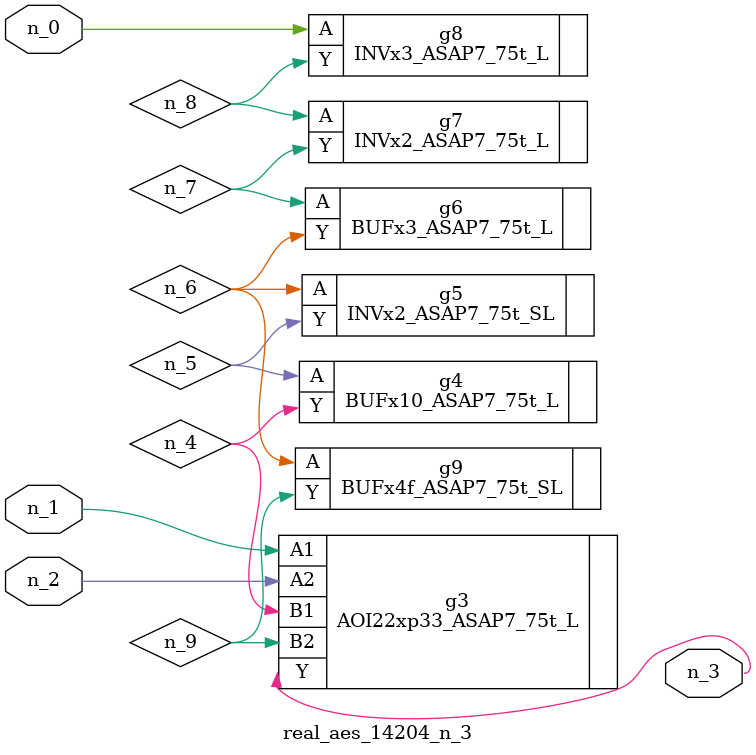
<source format=v>
module real_aes_14204_n_3 (n_0, n_2, n_1, n_3);
input n_0;
input n_2;
input n_1;
output n_3;
wire n_4;
wire n_5;
wire n_7;
wire n_9;
wire n_6;
wire n_8;
INVx3_ASAP7_75t_L g8 ( .A(n_0), .Y(n_8) );
AOI22xp33_ASAP7_75t_L g3 ( .A1(n_1), .A2(n_2), .B1(n_4), .B2(n_9), .Y(n_3) );
BUFx10_ASAP7_75t_L g4 ( .A(n_5), .Y(n_4) );
INVx2_ASAP7_75t_SL g5 ( .A(n_6), .Y(n_5) );
BUFx4f_ASAP7_75t_SL g9 ( .A(n_6), .Y(n_9) );
BUFx3_ASAP7_75t_L g6 ( .A(n_7), .Y(n_6) );
INVx2_ASAP7_75t_L g7 ( .A(n_8), .Y(n_7) );
endmodule
</source>
